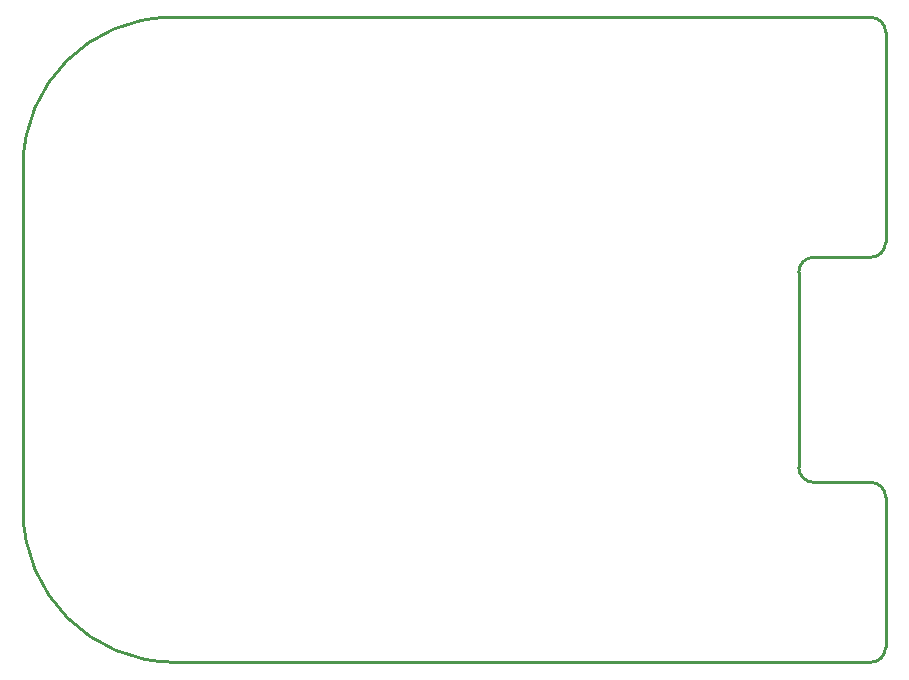
<source format=gko>
%FSLAX25Y25*%
%MOIN*%
G70*
G01*
G75*
G04 Layer_Color=16711935*
%ADD10R,0.02362X0.06496*%
%ADD11C,0.02000*%
%ADD12C,0.01000*%
%ADD13R,0.05906X0.05906*%
%ADD14C,0.05906*%
%ADD15R,0.05906X0.05906*%
%ADD16R,0.08661X0.02362*%
%ADD17R,0.08740X0.04016*%
%ADD18R,0.02500X0.02000*%
%ADD19C,0.03000*%
%ADD20C,0.00787*%
%ADD21C,0.00700*%
%ADD22R,0.03162X0.07296*%
%ADD23R,0.06706X0.06706*%
%ADD24C,0.06706*%
%ADD25R,0.06706X0.06706*%
%ADD26R,0.09461X0.03162*%
%ADD27R,0.09540X0.04816*%
%ADD28R,0.02900X0.02400*%
%ADD29C,0.00984*%
%ADD30C,0.00100*%
%ADD31C,0.00800*%
D12*
X291500Y65000D02*
G03*
X296500Y60000I5000J0D01*
G01*
X82500Y215000D02*
G03*
X33000Y165500I0J-49500D01*
G01*
X33000Y50500D02*
G03*
X83500Y0I50500J0D01*
G01*
X320500Y210000D02*
G03*
X315500Y215000I-5000J0D01*
G01*
X320500Y55000D02*
G03*
X315500Y60000I-5000J0D01*
G01*
Y0D02*
G03*
X320500Y5000I0J5000D01*
G01*
X315500Y135000D02*
G03*
X320500Y140000I0J5000D01*
G01*
X296500Y135000D02*
G03*
X291500Y130000I0J-5000D01*
G01*
X82500Y215000D02*
X315500D01*
X291500Y65000D02*
Y130000D01*
X296500Y60000D02*
X315500D01*
X33000Y50500D02*
Y165500D01*
X83500Y0D02*
X315500D01*
X320500Y5000D02*
Y55000D01*
Y140000D02*
Y210000D01*
X296500Y135000D02*
X315500D01*
M02*

</source>
